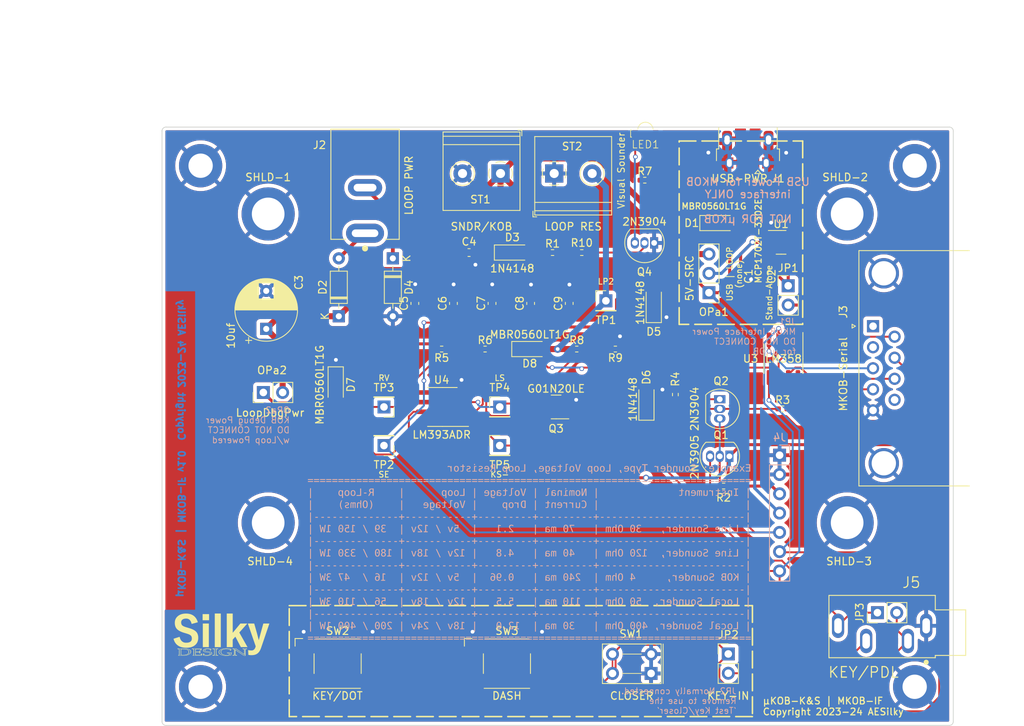
<source format=kicad_pcb>
(kicad_pcb (version 20221018) (generator pcbnew)
  (title_block (title "KOB-Sounder Interface") (date "2024-01-05") (rev "1.0") (company "Silky Design AES") (comment 1 "Copyright AESilky 2023-24"))
  (layers (0 "F.Cu" mixed) (31 "B.Cu" mixed) (34 "B.Paste" user) (35 "F.Paste" user) (36 "B.SilkS" user "B.Silkscreen") (37 "F.SilkS" user "F.Silkscreen") (38 "B.Mask" user) (39 "F.Mask" user) (44 "Edge.Cuts" user))
  (net 0 "")
  (net 1 "/V33RI")
  (net 2 "GND")
  (net 3 "/V33RO")
  (net 4 "/LOOP_PWR")
  (net 5 "Net-(D3-A)")
  (net 6 "+5V")
  (net 7 "/LPI+")
  (net 8 "/LPI-")
  (net 9 "/LP2")
  (net 10 "/LOOP_ENGZ")
  (net 11 "/OFFSET_REF_V")
  (net 12 "Net-(D8-K)")
  (net 13 "/LOOP_STATE")
  (net 17 "/DCD")
  (net 18 "/RXD")
  (net 19 "/TXD")
  (net 20 "/DTR")
  (net 21 "/DSR")
  (net 22 "/RTS")
  (net 23 "/CTS")
  (net 24 "/RI")
  (net 25 "+3.3V")
  (net 26 "/SNDR_EN")
  (net 27 "/KEY_PDL-")
  (net 28 "/PDL_DASH-")
  (net 29 "/KOB_KEY-")
  (net 30 "Net-(LED1-K)")
  (net 31 "Net-(LED1-A)")
  (net 32 "Net-(Q1-B)")
  (net 33 "Net-(Q2-E)")
  (net 34 "/SNDR_EN-")
  (net 35 "Net-(Q4-B)")
  (net 36 "/KEY_PDL_DOT-")
  (net 37 "/V5I")
  (footprint "Diode_SMD:D_SOD-123" (layer "F.Cu") (at 79.0194 127.4328 -90)
    (fp_text reference "D7")
    (fp_text value "MBR0560LT1G")
  )
  (footprint "Capacitor_SMD:C_0603_1608Metric_Pad1.08x0.95mm_HandSolder" (layer "F.Cu") (at 99.5944 116.7253 90)
    (fp_text reference "C7")
    (fp_text value "0.1u")
  )
  (footprint "Connector_PinHeader_2.54mm:PinHeader_1x02_P2.54mm_Vertical" (layer "F.Cu") (at 69.4944 128.4478 90)
    (fp_text reference "OPa2")
    (fp_text value "LoopDbgPwr")
  )
  (footprint "Package_TO_SOT_THT:TO-92_Inline" (layer "F.Cu") (at 129.5654 129.3368 -90)
    (fp_text reference "Q2")
    (fp_text value "2N3904")
  )
  (footprint "Capacitor_SMD:C_0201_0603Metric_Pad0.64x0.40mm_HandSolder" (layer "F.Cu") (at 135.3312 113.1817 -90)
    (fp_text reference "C2")
    (fp_text value "1uF")
  )
  (footprint "Connector_PinHeader_2.54mm:PinHeader_1x01_P2.54mm_Vertical" (layer "F.Cu") (at 100.6094 135.4328)
    (fp_text reference "TP5")
    (fp_text value "KS-")
  )
  (footprint "Connector_Dsub:DSUB-9_Female_Horizontal_P2.77x2.84mm_EdgePinOffset9.90mm_Housed_MountingHolesOffset11.32mm" (layer "F.Cu") (at 149.737069 119.7228 90)
    (fp_text reference "J3")
    (fp_text value "MKOB-Serial")
  )
  (footprint "Capacitor_SMD:C_0603_1608Metric_Pad1.08x0.95mm_HandSolder" (layer "F.Cu") (at 89.4344 116.7253 90)
    (fp_text reference "C5")
    (fp_text value "0.1u")
  )
  (footprint "Capacitor_SMD:C_0201_0603Metric_Pad0.64x0.40mm_HandSolder" (layer "F.Cu") (at 132.3086 113.157 -90)
    (fp_text reference "C1")
    (fp_text value "1uF")
  )
  (footprint "Resistor_SMD:R_0402_1005Metric_Pad0.72x0.64mm_HandSolder" (layer "F.Cu") (at 137.8458 130.6068)
    (fp_text reference "R3")
    (fp_text value "10k")
  )
  (footprint "MountingHole:MountingHole_3.2mm_M3_ISO7380_Pad_TopBottom" (layer "F.Cu") (at 61.2394 167.1828)
    (fp_text reference "M_KSI4" hide)
    (fp_text value "MountingHole_Pad")
  )
  (footprint "Diode_SMD:D_SOD-123" (layer "F.Cu") (at 102.2594 110.0328)
    (fp_text reference "D3")
    (fp_text value "1N4148")
  )
  (footprint "Connector_PinHeader_2.54mm:PinHeader_1x02_P2.54mm_Vertical" (layer "F.Cu") (at 150.3172 157.4292 90)
    (fp_text reference "JP3")
    (fp_text value "1x2 Header" hide)
  )
  (footprint "Diode_SMD:D_SOD-123" (layer "F.Cu") (at 129.303 106.1482)
    (fp_text reference "D1")
    (fp_text value "MBR0560LT1G")
  )
  (footprint "TerminalBlock_Philmore:TerminalBlock_Philmore_TB132_1x02_P5.00mm_Horizontal" (layer "F.Cu") (at 100.7094 99.6278 180)
    (fp_text reference "ST1")
    (fp_text value "SNDR/KOB")
  )
  (footprint "AES_Library:CUI_SJ1-3534NG-audio-jack" (layer "F.Cu") (at 156.7334 159.1553 180)
    (fp_text reference "J5")
    (fp_text value "KEY/PDL")
  )
  (footprint "Resistor_SMD:R_0402_1005Metric_Pad0.72x0.64mm_HandSolder" (layer "F.Cu") (at 115.8244 122.7328 180)
    (fp_text reference "R9")
    (fp_text value "DNP")
  )
  (footprint "Capacitor_SMD:C_0603_1608Metric_Pad1.08x0.95mm_HandSolder" (layer "F.Cu") (at 96.5694 110.0328)
    (fp_text reference "C4")
    (fp_text value "0.1u")
  )
  (footprint "Package_SO:SOIC-8_3.9x4.9mm_P1.27mm" (layer "F.Cu") (at 137.9474 124.0028 -90)
    (fp_text reference "U3")
    (fp_text value "LM358")
  )
  (footprint "Diode_SMD:D_SOD-123" (layer "F.Cu") (at 104.5494 122.7328)
    (fp_text reference "D8")
    (fp_text value "MBR0560LT1G")
  )
  (footprint "Package_TO_SOT_SMD:SOT-23" (layer "F.Cu") (at 137.6355 108.6882)
    (fp_text reference "U1")
    (fp_text value "MCP1702T-3302E")
  )
  (footprint "Connector_PinHeader_2.54mm:PinHeader_1x01_P2.54mm_Vertical" (layer "F.Cu") (at 114.5794 116.3828)
    (fp_text reference "TP1")
    (fp_text value "LP2")
  )
  (footprint "AES_Library:LED_SMD_SIDEVIEW_Harvatek" (layer "F.Cu") (at 119.7864 93.8888 90)
    (fp_text reference "LED1")
    (fp_text value "SNDR")
  )
  (footprint "Resistor_SMD:R_0402_1005Metric_Pad0.72x0.64mm_HandSolder" (layer "F.Cu") (at 130.0734 140.7668 180)
    (fp_text reference "R2")
    (fp_text value "1k")
  )
  (footprint "Connector_PinHeader_2.54mm:PinHeader_1x03_P2.54mm_Vertical" (layer "F.Cu") (at 128.143 115.316 180)
    (fp_text reference "OPa1")
    (fp_text value "5V-SRC")
  )
  (footprint "Resistor_SMD:R_0402_1005Metric_Pad0.72x0.64mm_HandSolder" (layer "F.Cu") (at 107.5569 110.0328)
    (fp_text reference "R1")
    (fp_text value "3.3k")
  )
  (footprint "Connector_PinHeader_2.54mm:PinHeader_1x01_P2.54mm_Vertical" (layer "F.Cu") (at 85.3694 135.4328 180)
    (fp_text reference "TP2")
    (fp_text value "SE")
  )
  (footprint "Resistor_SMD:R_0402_1005Metric_Pad0.72x0.64mm_HandSolder" (layer "F.Cu") (at 111.4044 110.0328)
    (fp_text reference "R10")
    (fp_text value "1k")
  )
  (footprint "MountingHole:MountingHole_3.2mm_M3_ISO7380_Pad_TopBottom" (layer "F.Cu") (at 61.2394 98.6028)
    (fp_text reference "M_KSI1" hide)
    (fp_text value "MountingHole_Pad")
  )
  (footprint "Connector_PinHeader_2.54mm:PinHeader_1x01_P2.54mm_Vertical" (layer "F.Cu") (at 100.6094 130.3528)
    (fp_text reference "TP4")
    (fp_text value "LS")
  )
  (footprint "Resistor_SMD:R_0402_1005Metric_Pad0.72x0.64mm_HandSolder" (layer "F.Cu") (at 110.7444 122.7328)
    (fp_text reference "R8")
    (fp_text value "20k")
  )
  (footprint "Capacitor_THT:CP_Radial_D8.0mm_P5.00mm" (layer "F.Cu") (at 69.8754 120.080851 90)
    (fp_text reference "C3")
    (fp_text value "10uf")
  )
  (footprint "Diode_THT:D_DO-35_SOD27_P7.62mm_Horizontal" (layer "F.Cu") (at 86.5378 110.7948 -90)
    (fp_text reference "D4")
    (fp_text value "1N4148")
  )
  (footprint "Resistor_SMD:R_0402_1005Metric_Pad0.72x0.64mm_HandSolder" (layer "F.Cu") (at 123.7234 128.7228 90)
    (fp_text reference "R4")
    (fp_text value "270")
  )
  (footprint "AES_Library:SILKY-DESIGN-logo-0_50-AES" (layer "F.Cu") (at 64.0334 160.3248)
    (fp_text reference "G1" hide)
    (fp_text value "LOGO" hide)
  )
  (footprint "Resistor_SMD:R_0402_1005Metric_Pad0.72x0.64mm_HandSolder" (layer "F.Cu") (at 119.6969 100.5078)
    (fp_text reference "R7")
    (fp_text value "100")
  )
  (footprint "MountingHole:MountingHole_4.3mm_M4_ISO14580_Pad_TopBottom" (layer "F.Cu") (at 70.1294 104.9528)
    (fp_text reference "SHLD-1")
    (fp_text value "MountingHole_Pad" hide)
  )
  (footprint "MountingHole:MountingHole_4.3mm_M4_ISO14580_Pad_TopBottom" (layer "F.Cu") (at 146.3294 104.9528)
    (fp_text reference "SHLD-2")
    (fp_text value "MountingHole_Pad" hide)
  )
  (footprint "AES_Library:SW-TGL-Micro-DPST-CIT" (layer "F.Cu") (at 120.5284 165.4248 -90)
    (fp_text reference "SW1")
    (fp_text value "CLOSER")
  )
  (footprint "Connector_PinHeader_2.54mm:PinHeader_1x02_P2.54mm_Vertical" (layer "F.Cu") (at 130.6884 162.8598)
    (fp_text reference "JP2")
    (fp_text value "KEY-IN")
  )
  (footprint "Connector_PinHeader_2.54mm:PinHeader_1x02_P2.54mm_Vertical" (layer "F.Cu") (at 138.573 114.4032)
    (fp_text reference "JP1")
    (fp_text value "1x2 Header" hide)
  )
  (footprint "AES_Library:CUI_PJ-037B" (layer "F.Cu") (at 82.8802 107.4891 90)
    (fp_text reference "J2")
    (fp_text value "LOOP PWR")
  )
  (footprint "AES_Library:SW_PUSH_SMD_1P1T_NO_6x6mm" (layer "F.Cu") (at 101.5534 164.1348)
    (fp_text reference "SW3")
    (fp_text value "DASH")
  )
  (footprint "MountingHole:MountingHole_3.2mm_M3_ISO7380_Pad_TopBottom" (layer "F.Cu") (at 155.2194 98.6028)
    (fp_text reference "M_KSI2" hide)
    (fp_text value "MountingHole_Pad")
  )
  (footprint "TerminalBlock_Philmore:TerminalBlock_Philmore_TB132_1x02_P5.00mm_Horizontal" (layer "F.Cu") (at 107.7744 99.6278)
    (fp_text reference "ST2")
    (fp_text value "LOOP RES")
  )
  (footprint "MountingHole:MountingHole_4.3mm_M4_ISO14580_Pad_TopBottom" (layer "F.Cu") (at 70.1294 145.5928)
    (fp_text reference "SHLD-4")
    (fp_text value "MountingHole_Pad" hide)
  )
  (footprint "Capacitor_SMD:C_0603_1608Metric_Pad1.08x0.95mm_HandSolder" (layer "F.Cu") (at 94.5144 116.7253 90)
    (fp_text reference "C6")
    (fp_text value "0.1u")
  )
  (footprint "Connector_PinHeader_2.54mm:PinHeader_1x01_P2.54mm_Vertical" (layer "F.Cu") (at 85.3694 130.3528 180)
    (fp_text reference "TP3")
    (fp_text value "RV")
  )
  (footprint "AES_Library:SW_PUSH_SMD_1P1T_NO_6x6mm" (layer "F.Cu") (at 79.2734 164.1348)
    (fp_text reference "SW2")
    (fp_text value "KEY/DOT")
  )
  (footprint "Package_TO_SOT_SMD:SOT-23" (layer "F.Cu") (at 108.0269 130.3528 180)
    (fp_text reference "Q3")
    (fp_text value "G01N20LE")
  )
  (footprint "Resistor_SMD:R_0402_1005Metric_Pad0.72x0.64mm_HandSolder" (layer "F.Cu") (at 98.6794 122.7328)
    (fp_text reference "R6")
    (fp_text value "20k")
  )
  (footprint "Package_TO_SOT_THT:TO-92_Inline" (layer "F.Cu") (at 120.9294 108.7628 180)
    (fp_text reference "Q4")
    (fp_text value "2N3904")
  )
  (footprint "Diode_THT:D_DO-35_SOD27_P7.62mm_Horizontal" (layer "F.Cu") (at 79.4258 118.4148 90)
    (fp_text reference "D2")
    (fp_text value "1N4148")
  )
  (footprint "Resistor_SMD:R_0402_1005Metric_Pad0.72x0.64mm_HandSolder" (layer "F.Cu") (at 92.9644 122.7328 180)
    (fp_text reference "R5")
    (fp_text value "20k")
  )
  (footprint "MountingHole:MountingHole_3.2mm_M3_ISO7380_Pad_TopBottom" (layer "F.Cu") (at 155.2194 167.1828)
    (fp_text reference "M_KSI3" hide)
    (fp_text value "MountingHole_Pad")
  )
  (footprint "AES_Library:USB_Micro-B_Amphenol_10103594-0001LF_Horizontal_modified" (layer "F.Cu") (at 133.253 95.2118 180)
    (fp_text reference "J1")
    (fp_text value "USB-PWR")
  )
  (footprint "Package_TO_SOT_THT:TO-92_Inline" (layer "F.Cu") (at 130.8354 136.8508 180)
    (fp_text reference "Q1")
    (fp_text value "2N3905")
  )
  (footprint "Capacitor_SMD:C_0603_1608Metric_Pad1.08x0.95mm_HandSolder" (layer "F.Cu") (at 104.6744 116.7253 90)
    (fp_text reference "C8")
    (fp_text value "0.1u")
  )
  (footprint "Diode_SMD:D_SOD-123" (layer "F.Cu") (at 119.9134 129.7388 90)
    (fp_text reference "D6")
    (fp_text value "1N4148")
  )
  (footprint "MountingHole:MountingHole_4.3mm_M4_ISO14580_Pad_TopBottom" (layer "F.Cu") (at 146.3294 145.5928)
    (fp_text reference "SHLD-3")
    (fp_text value "MountingHole_Pad" hide)
  )
  (footprint "Diode_SMD:D_SOD-123" (layer "F.Cu") (at 120.8786 116.8918 90)
    (fp_text reference "D5")
    (fp_text value "1N4148")
  )
  (footprint "Package_SO:SOIC-8_3.9x4.9mm_P1.27mm" (layer "F.Cu") (at 93.0544 130.3528 180)
    (fp_text reference "U4")
    (fp_text value "LM393ADR")
  )
  (footprint "Capacitor_SMD:C_0603_1608Metric_Pad1.08x0.95mm_HandSolder" (layer "F.Cu") (at 109.7544 116.7253 90)
    (fp_text reference "C9")
    (fp_text value "0.1u")
  )
  (footprint "Connector_PinHeader_2.54mm:PinHeader_1x07_P2.54mm_Vertical" (layer "B.Cu") (at 137.4394 136.7028 180)
    (fp_text reference "J4")
    (fp_text value "MuKOB IF")
  )
  (gr_rect (start 72.9034 156.4998) (end 133.8634 171.1048) (stroke (width 0.2) (type dash)) (fill none) (layer "F.SilkS"))
  (gr_rect (start 124.222 95.3532) (end 140.478 119.4832) (stroke (width 0.2) (type dash)) (fill none) (layer "F.SilkS"))
  (gr_line (start 56.1594 171.7548) (end 56.1594 94.0308) (stroke (width 0.1)) (layer "Edge.Cuts"))
  (gr_arc (start 56.6674 172.2628) (mid 56.30819 172.11401) (end 56.1594 171.7548) (stroke (width 0.1)) (layer "Edge.Cuts"))
  (gr_arc (start 159.7914 93.5228) (mid 160.15061 93.67159) (end 160.2994 94.0308) (stroke (width 0.1)) (layer "Edge.Cuts"))
  (gr_line (start 159.7914 172.2628) (end 56.6674 172.2628) (stroke (width 0.1)) (layer "Edge.Cuts"))
  (gr_arc (start 56.1594 94.0308) (mid 56.30819 93.67159) (end 56.6674 93.5228) (stroke (width 0.1)) (layer "Edge.Cuts"))
  (gr_line (start 160.2994 94.0308) (end 160.2994 171.7548) (stroke (width 0.1)) (layer "Edge.Cuts"))
  (gr_line (start 56.6674 93.5228) (end 159.7914 93.5228) (stroke (width 0.1)) (layer "Edge.Cuts"))
  (gr_arc (start 160.2994 171.7548) (mid 160.15061 172.11401) (end 159.7914 172.2628) (stroke (width 0.1)) (layer "Edge.Cuts"))
  (gr_text "μKOB-K&S | MKOB-IF v1.0  Copyright 2023-24 AESilky" (at 58.1914 155.4988 270) (layer "B.Cu") (effects (font (size 0.889 0.889) (thickness 0.22225) bold) (justify left bottom mirror)))
  (gr_text "Example: Sounder Type, Loop Voltage, Loop Resistor\n=========================================================================\n| Instrument             | Nominal | Voltage | Loop      |    R-Loop    |\n|                        | Current | Drop    | Voltage   |    (Ohms)    |\n|------------------------+---------+---------+-----------+--------------|\n| Line Sounder,   30 Ohm |   70 ma |   2.1   |  5v / 12v |  39 / 150 1W |\n|------------------------+---------+---------+-----------+--------------|\n| Line Sounder,  120 Ohm |   40 ma |   4.8   | 12v / 18v | 180 / 330 1W |\n|------------------------+---------+---------+-----------+--------------|\n| KOB Sounder,     4 Ohm |  240 ma |   0.96  |  5v / 12v |  16 /  47 3W |\n|------------------------+---------+---------+-----------+--------------|\n| Local Sounder,  50 Ohm |  110 ma |   5.5   | 12v / 18v |  56 / 110 3W |\n|------------------------+---------+---------+-----------+--------------|\n| Local Sounder, 400 Ohm |   30 ma |  12.0   | 18v / 24v | 200 / 400 1W |\n=========================================================================" (at 133.7056 161.3662) (layer "B.SilkS") (effects (font (size 0.95 0.95) (thickness 0.1)) (justify left bottom mirror)))
  (gr_text "OPa2\nKOB Debug Power\nDO NOT CONNECT\nw/Loop Powered" (at 73.025 135.1788) (layer "B.SilkS") (effects (font (size 0.8128 0.8128) (thickness 0.1016)) (justify left bottom mirror)))
  (gr_text "JP1\nMKOB Interface Power\nDO NOT CONNECT\nfor μKOB\n" (at 139.6492 121.0818) (layer "B.SilkS") (effects (font (size 0.8128 0.8128) (thickness 0.1016)) (justify left mirror)))
  (gr_text "JP2 Normally connected.\nRemove to use the\n'Test Key/Closer'" (at 131.826 170.7896) (layer "B.SilkS") (effects (font (size 0.8 0.8) (thickness 0.1)) (justify left bottom mirror)))
  (gr_text "Stand-Alone" (at 136.525 115.316 90) (layer "F.SilkS") (effects (font (size 0.762 0.762) (thickness 0.127) bold) (justify bottom)))
  (gr_text "μKOB-K&S | MKOB-IF\nCopyright 2023-24 AESilky" (at 135.1534 170.9928) (layer "F.SilkS") (effects (font (size 0.889 0.889)) (justify left bottom)))
  (gr_text "USB | LOOP\n(none)" (at 130.429 112.8522 90) (layer "F.SilkS") (effects (font (size 0.762 0.762) (thickness 0.127) bold) (justify top)))
  (gr_text "Visual Sounder" (at 117.1194 99.2378 90) (layer "F.SilkS") (effects (font (size 0.889 0.889) (thickness 0.127) bold) (justify bottom)))
  (gr_text_box "USB Power for MKOB interface ONLY\n\nNOT FOR μKOB" (start 124.206 99.3648) (end 142.3162 108.331) (layer "B.SilkS") (effects (font (size 1.016 1.016) (thickness 0.1524)) (justify top mirror)))
  (segment (start 138.573 108.6882) (end 133.9104 108.6882) (width 0.4) (layer "F.Cu") (net 1))
  (segment (start 133.9104 108.6882) (end 133.8834 108.6612) (width 0.4) (layer "F.Cu") (net 1))
  (segment (start 132.3086 110.236) (end 133.8834 108.6612) (width 0.4) (layer "F.Cu") (net 1))
  (segment (start 132.3086 112.7495) (end 132.3086 110.236) (width 0.4) (layer "F.Cu") (net 1))
  (via (at 133.8834 108.6612) (size 0.8) (drill 0.5) (layers "F.Cu" "B.Cu") (net 1))
  (segment (start 133.8834 108.6612) (end 129.7686 112.776) (width 0.4) (layer "B.Cu") (net 1))
  (segment (start 129.7686 112.776) (end 128.143 112.776) (width 0.4) (layer "B.Cu") (net 1))
  (segment (start 97.4344 111.6076) (end 97.409 111.633) (width 0.4) (layer "F.Cu") (net 2))
  (segment (start 134.2155 94.9618) (end 132.2905 94.9618) (width 0.4) (layer "F.Cu") (net 2))
  (segment (start 116.4082 121.0818) (end 116.4336 121.0564) (width 0.4) (layer "F.Cu") (net 2))
  (segment (start 94.5134 114.2492) (end 94.5388 114.2238) (width 0.4) (layer "F.Cu") (net 2))
  (segment (start 95.5548 126.8202) (end 95.5802 126.7948) (width 0.4) (layer "F.Cu") (net 2))
  (segment (start 89.4588 115.826) (end 89.4588 114.2238) (width 0.4) (layer "F.Cu") (net 2))
  (segment (start 123.6492 128.0922) (end 122.047 128.0922) (width 0.4) (layer "F.Cu") (net 2))
  (segment (start 99.5934 114.2492) (end 99.6188 114.2238) (width 0.4) (layer "F.Cu") (net 2))
  (segment (start 109.0402 129.3876) (end 110.6424 129.3876) (width 0.4) (layer "F.Cu") (net 2))
  (segment (start 133.6771 113.5645) (end 133.6782 113.5634) (width 0.4) (layer "F.Cu") (net 2))
  (segment (start 135.303 94.9618) (end 135.978 95.6368) (width 0.4) (layer "F.Cu") (net 2))
  (segment (start 89.4588 114.2238) (end 89.4842 114.1984) (width 0.4) (layer "F.Cu") (net 2))
  (segment (start 94.5134 115.8514) (end 94.5134 114.2492) (width 0.4) (layer "F.Cu") (net 2))
  (segment (start 119.9134 128.0888) (end 121.9996 128.0888) (width 0.4) (layer "F.Cu") (net 2))
  (segment (start 97.0026 161.344) (end 97.0026 159.7418) (width 0.4) (layer "F.Cu") (net 2))
  (segment (start 130.528 95.6368) (end 130.528 98.0668) (width 0.4) (layer "F.Cu") (net 2))
  (segment (start 99.5934 115.8514) (end 99.5934 114.2492) (width 0.4) (layer "F.Cu") (net 2))
  (segment (start 116.4082 122.684) (end 116.4082 121.0818) (width 0.4) (layer "F.Cu") (net 2))
  (segment (start 79.0194 124.1806) (end 79.0448 124.1552) (width 0.4) (layer "F.Cu") (net 2))
  (segment (start 83.8454 161.344) (end 83.8454 159.7418) (width 0.4) (layer "F.Cu") (net 2))
  (segment (start 109.7534 114.2746) (end 109.7788 114.2492) (width 0.4) (layer "F.Cu") (net 2))
  (segment (start 133.7036 113.5888) (end 133.6782 113.5634) (width 0.4) (layer "F.Cu") (net 2))
  (segment (start 132.3086 113.5645) (end 133.6771 113.5645) (width 0.4) (layer "F.Cu") (net 2))
  (segment (start 136.2964 107.7214) (end 136.2964 106.1192) (width 0.4) (layer "F.Cu") (net 2))
  (segment (start 104.6988 115.8768) (end 104.6988 114.2746) (width 0.4) (layer "F.Cu") (net 2))
  (segment (start 106.1466 159.7672) (end 106.172 159.7418) (width 0.4) (layer "F.Cu") (net 2))
  (segment (start 83.8454 159.7672) (end 83.8708 159.7418) (width 0.4) (layer "F.Cu") (net 2))
  (segment (start 135.978 95.6368) (end 135.978 98.0668) (width 0.4) (layer "F.Cu") (net 2))
  (segment (start 128.0902 96.901) (end 128.0648 96.8756) (width 0.4) (layer "F.Cu") (net 2))
  (segment (start 129.6924 96.901) (end 128.0902 96.901) (width 0.4) (layer "F.Cu") (net 2))
  (segment (start 136.6774 96.8756) (end 138.2796 96.8756) (width 0.4) (layer "F.Cu") (net 2))
  (segment (start 138.2796 96.8756) (end 138.305 96.901) (width 0.4) (layer "F.Cu") (net 2))
  (segment (start 122.5296 118.5164) (end 122.555 118.5418) (width 0.4) (layer "F.Cu") (net 2))
  (segment (start 122.047 128.0922) (end 122.0216 128.0668) (width 0.4) (layer "F.Cu") (net 2))
  (segment (start 121.9996 128.0888) (end 122.0216 128.0668) (width 0.4) (layer "F.Cu") (net 2))
  (segment (start 110.6424 129.3876) (end 110.6678 129.413) (width 0.4) (layer "F.Cu") (net 2))
  (segment (start 79.0194 125.7828) (end 79.0194 124.1806) (width 0.4) (layer "F.Cu") (net 2))
  (segment (start 106.1466 161.344) (end 106.1466 159.7418) (width 0.4) (layer "F.Cu") (net 2))
  (segment (start 95.5548 128.4224) (end 95.5548 126.8202) (width 0.4) (layer "F.Cu") (net 2))
  (segment (start 97.0026 159.7672) (end 97.028 159.7418) (width 0.4) (layer "F.Cu") (net 2))
  (segment (start 131.203 94.9618) (end 130.528 95.6368) (width 0.4) (layer "F.Cu") (net 2))
  (segment (start 74.7776 161.344) (end 74.7776 159.7418) (width 0.4) (layer "F.Cu") (net 2))
  (segment (start 132.2905 94.9618) (end 131.203 94.9618) (width 0.4) (layer "F.Cu") (net 2))
  (segment (start 74.7776 159.7672) (end 74.803 159.7418) (width 0.4) (layer "F.Cu") (net 2))
  (segment (start 120.9274 118.5164) (end 122.5296 118.5164) (width 0.4) (layer "F.Cu") (net 2))
  (segment (start 131.953 98.0368) (end 130.558 98.0368) (width 0.4) (layer "F.Cu") (net 2))
  (segment (start 104.6988 114.2746) (end 104.7242 114.2492) (width 0.4) (layer "F.Cu") (net 2))
  (segment (start 97.4344 110.0054) (end 97.4344 111.6076) (width 0.4) (layer "F.Cu") (net 2))
  (segment (start 109.7534 115.8768) (end 109.7534 114.2746) (width 0.4) (layer "F.Cu") (net 2))
  (segment (start 136.2964 106.1192) (end 136.3218 106.0938) (width 0.4) (layer "F.Cu") (net 2))
  (segment (start 134.2155 94.9618) (end 135.303 94.9618) (width 0.4) (layer "F.Cu") (net 2))
  (segment (start 135.3058 113.5888) (end 133.7036 113.5888) (width 0.4) (layer "F.Cu") (net 2))
  (via (at 104.7242 114.2492) (size 0.8) (drill 0.5) (layers "F.Cu" "B.Cu") (net 2))
  (via (at 110.6678 129.413) (size 0.8) (drill 0.5) (layers "F.Cu" "B.Cu") (net 2))
  (via (at 95.5802 126.7948) (size 0.8) (drill 0.5) (layers "F.Cu" "B.Cu") (net 2))
  (via (at 99.6188 114.2238) (size 0.8) (drill 0.5) (layers "F.Cu" "B.Cu") (net 2))
  (via (at 74.803 159.9418) (size 0.8) (drill 0.5) (layers "F.Cu" "B.Cu") (net 2))
  (via (at 136.3218 106.0938) (size 0.8) (drill 0.5) (layers "F.Cu" "B.Cu") (net 2))
  (via (at 83.8708 159.9418) (size 0.8) (drill 0.5) (layers "F.Cu" "B.Cu") (net 2))
  (via (at 138.305 96.901) (size 0.8) (drill 0.5) (layers "F.Cu" "B.Cu") (net 2))
  (via (at 94.5388 114.2238) (size 0.8) (drill 0.5) (layers "F.Cu" "B.Cu") (net 2))
  (via (at 128.0648 96.8756) (size 0.8) (drill 0.5) (layers "F.Cu" "B.Cu") (net 2))
  (via (at 79.0448 124.1552) (size 0.8) (drill 0.5) (layers "F.Cu" "B.Cu") (net 2))
  (via (at 122.0216 128.0668) (size 0.8) (drill 0.5) (layers "F.Cu" "B.Cu") (net 2))
  (via (at 97.409 111.633) (size 0.8) (drill 0.5) (layers "F.Cu" "B.Cu") (net 2))
  (via (at 133.6782 113.5634) (size 0.8) (drill 0.5) (layers "F.Cu" "B.Cu") (net 2))
  (via (at 122.555 118.5418) (size 0.8) (drill 0.5) (layers "F.Cu" "B.Cu") (net 2))
  (via (at 106.172 159.9418) (size 0.8) (drill 0.5) (layers "F.Cu" "B.Cu") (net 2))
  (via (at 109.7788 114.2492) (size 0.8) (drill 0.5) (layers "F.Cu" "B.Cu") (net 2))
  (via (at 97.028 159.9418) (size 0.8) (drill 0.5) (layers "F.Cu" "B.Cu") (net 2))
  (via (at 89.4842 114.1984) (size 0.8) (drill 0.5) (layers "F.Cu" "B.Cu") (net 2))
  (via (at 116.4336 121.0564) (size 0.8) (drill 0.5) (layers "F.Cu" "B.Cu") (net 2))
  (segment (start 135.3312 112.7742) (end 136.944 112.7742) (width 0.4) (layer "F.Cu") (net 3))
  (segment (start 136.944 112.7742) (end 138.573 114.4032) (width 0.4) (layer "F.Cu") (net 3))
  (segment (start 138.573 114.4032) (end 138.573 111.5132) (width 0.4) (layer "F.Cu") (net 3))
  (segment (start 138.573 111.5132) (end 136.698 109.6382) (width 0.4) (layer "F.Cu") (net 3))
  (segment (start 69.8754 120.080851) (end 72.0344 122.239851) (width 0.8) (layer "F.Cu") (net 4))
  (segment (start 95.7069 104.6303) (end 100.7094 99.6278) (width 0.8) (layer "F.Cu") (net 4))
  (segment (start 106.9594 110.0328) (end 106.9594 105.8926) (width 0.8) (layer "F.Cu") (net 4))
  (segment (start 126.140317 110.236) (end 113.541917 97.6376) (width 0.8) (layer "F.Cu") (net 4))
  (segment (start 71.541451 118.4148) (end 69.8754 120.080851) (width 0.8) (layer "F.Cu") (net 4))
  (segment (start 93.3949 112.3448) (end 95.7069 110.0328) (width 0.8) (layer "F.Cu") (net 4))
  (segment (start 100.7094 99.6278) (end 100.7094 109.9328) (width 0.8) (layer "F.Cu") (net 4))
  (segment (start 95.7069 110.0328) (end 95.7069 104.6303) (width 0.8) (layer "F.Cu") (net 4))
  (segment (start 72.0344 122.239851) (end 72.0344 128.4478) (width 0.8) (layer "F.Cu") (net 4))
  (segment (start 100.7094 109.9328) (end 100.6094 110.0328) (width 0.8) (layer "F.Cu") (net 4))
  (segment (start 106.9594 105.8926) (end 100.7094 99.6426) (width 0.8) (layer "F.Cu") (net 4))
  (segment (start 113.541917 97.6376) (end 102.6996 97.6376) (width 0.8) (layer "F.Cu") (net 4))
  (segment (start 79.4258 118.4148) (end 85.4958 112.3448) (width 0.8) (layer "F.Cu") (net 4))
  (segment (start 102.6996 97.6376) (end 100.7094 99.6278) (width 0.8) (layer "F.Cu") (net 4))
  (segment (start 128.143 110.236) (end 126.140317 110.236) (width 0.8) (layer "F.Cu") (net 4))
  (segment (start 85.4958 112.3448) (end 93.3949 112.3448) (width 0.8) (layer "F.Cu") (net 4))
  (segment (start 79.4258 118.4148) (end 71.541451 118.4148) (width 0.8) (layer "F.Cu") (net 4))
  (segment (start 105.5244 116.7378) (end 104.6744 117.5878) (width 0.25) (layer "F.Cu") (net 5))
  (segment (start 94.5144 117.5878) (end 99.5944 117.5878) (width 0.25) (layer "F.Cu") (net 5))
  (segment (start 99.5944 117.5878) (end 104.6744 117.5878) (width 0.25) (layer "F.Cu") (net 5))
  (segment (start 108.1544 110.1078) (end 105.5244 112.7378) (width 0.25) (layer "F.Cu") (net 5))
  (segment (start 103.9094 110.0328) (end 103.9094 111.0468) (width 0.25) (layer "F.Cu") (net 5))
  (segment (start 89.4344 117.5878) (end 94.5144 117.5878) (width 0.25) (layer "F.Cu") (net 5))
  (segment (start 105.5244 112.6618) (end 105.5244 116.7378) (width 0.25) (layer "F.Cu") (net 5))
  (segment (start 104.6744 117.5878) (end 109.7544 117.5878) (width 0.25) (layer "F.Cu") (net 5))
  (segment (start 103.9094 111.0468) (end 105.5244 112.6618) (width 0.25) (layer "F.Cu") (net 5))
  (segment (start 119.3038 112.903) (end 115.9794 116.2274) (width 0.4) (layer "F.Cu") (net 6))
  (segment (start 119.0994 100.53297) (end 124.71463 106.1482) (width 0.4) (layer "F.Cu") (net 6))
  (segment (start 128.143 115.316) (end 125.73 112.903) (width 0.4) (layer "F.Cu") (net 6))
  (segment (start 78.105 124.5108) (end 78.105 123.892918) (width 0.4) (layer "F.Cu") (net 6))
  (segment (start 115.9794 116.2274) (end 115.9794 117.7828) (width 0.4) (layer "F.Cu") (net 6))
  (segment (start 130.8712 113.916) (end 129.4712 115.316) (width 0.4) (layer "F.Cu") (net 6))
  (segment (start 113.934699 119.827501) (end 100.949299 119.827501) (width 0.4) (layer "F.Cu") (net 6))
  (segment (start 91.6811 122.047) (end 92.3669 122.7328) (width 0.4) (layer "F.Cu") (net 6))
  (segment (start 70.8944 129.8478) (end 72.768 129.8478) (width 0.4) (layer "F.Cu") (net 6))
  (segment (start 130.8712 109.3664) (end 130.8712 113.916) (width 0.4) (layer "F.Cu") (net 6))
  (segment (start 72.768 129.8478) (end 78.105 124.5108) (width 0.4) (layer "F.Cu") (net 6))
  (segment (start 125.73 112.903) (end 119.3038 112.903) (width 0.4) (layer "F.Cu") (net 6))
  (segment (start 115.9794 117.7828) (end 113.934699 119.827501) (width 0.4) (layer "F.Cu") (net 6))
  (segment (start 127.653 106.1482) (end 130.8712 109.3664) (width 0.4) (layer "F.Cu") (net 6))
  (segment (start 129.4712 115.316) (end 128.143 115.316) (width 0.4) (layer "F.Cu") (net 6))
  (segment (start 92.3669 122.70763) (end 93.11173 121.9628) (width 0.4) (layer "F.Cu") (net 6))
  (segment (start 79.950918 122.047) (end 91.6811 122.047) (width 0.4) (layer "F.Cu") (net 6))
  (segment (start 124.71463 106.1482) (end 127.653 106.1482) (width 0.4) (layer "F.Cu") (net 6))
  (segment (start 97.3119 121.9628) (end 98.0819 122.7328) (width 0.4) (layer "F.Cu") (net 6))
  (segment (start 69.4944 128.4478) (end 70.8944 129.8478) (width 0.4) (layer "F.Cu") (net 6))
  (segment (start 78.105 123.892918) (end 79.950918 122.047) (width 0.4) (layer "F.Cu") (net 6))
  (segment (start 100.949299 119.827501) (end 98.0819 122.6949) (width 0.4) (layer "F.Cu") (net 6))
  (segment (start 93.11173 121.9628) (end 97.3119 121.9628) (width 0.4) (layer "F.Cu") (net 6))
  (segment (start 137.4394 144.3228) (end 134.163542 141.046942) (width 0.4) (layer "B.Cu") (net 6))
  (segment (start 134.163542 121.336542) (end 128.143 115.316) (width 0.4) (layer "B.Cu") (net 6))
  (segment (start 134.163542 141.046942) (end 134.163542 121.336542) (width 0.4) (layer "B.Cu") (net 6))
  (segment (start 82.7315 107.4891) (end 79.4258 110.7948) (width 0.5) (layer "F.Cu") (net 7))
  (segment (start 86.5378 105.1467) (end 86.5378 110.7948) (width 0.5) (layer "F.Cu") (net 8))
  (segment (start 82.8802 101.4891) (end 86.5378 105.1467) (width 0.5) (layer "F.Cu") (net 8))
  (segment (start 110.1469 122.7328) (end 106.1994 122.7328) (width 0.8) (layer "F.Cu") (net 9))
  (via (at 108.2294 122.7328) (size 1) (drill 0.5) (layers "F.Cu" "B.Cu") (net 9))
  (segment (start 108.2294 122.7328) (end 114.5794 116.3828) (width 0.8) (layer "B.Cu") (net 9))
  (segment (start 112.7744 99.6278) (end 114.5794 101.4328) (width 0.8) (layer "B.Cu") (net 9))
  (segment (start 114.5794 101.4328) (end 114.5794 116.3828) (width 0.8) (layer "B.Cu") (net 9))
  (segment (start 120.6954 130.6068) (end 119.9134 131.3888) (width 0.25) (layer "F.Cu") (net 10))
  (segment (start 129.5654 130.6068) (end 137.2483 130.6068) (width 0.25) (layer "F.Cu") (net 10))
  (segment (start 129.5654 130.6068) (end 120.6954 130.6068) (width 0.25) (layer "F.Cu") (net 10))
  (segment (start 103.596 121.8078) (end 106.9594 125.1712) (width 0.25) (layer "F.Cu") (net 11))
  (segment (start 88.646 130.3528) (end 89.281 129.7178) (width 0.25) (layer "F.Cu") (net 11))
  (segment (start 138.5824 123.0884) (end 137.3124 124.3584) (width 0.25) (layer "F.Cu") (net 11))
  (segment (start 100.2019 121.8078) (end 103.596 121.8078) (width 0.25) (layer "F.Cu") (net 11))
  (segment (start 99.2769 122.7328) (end 100.2019 121.8078) (width 0.25) (layer "F.Cu") (net 11))
  (segment (start 111.4044 125.3236) (end 111.5502 125.1778) (width 0.25) (layer "F.Cu") (net 11))
  (segment (start 79.0194 129.0828) (end 80.2894 130.3528) (width 0.25) (layer "F.Cu") (net 11))
  (segment (start 136.389151 125.1778) (end 137.3124 126.101049) (width 0.25) (layer "F.Cu") (net 11))
  (segment (start 138.5824 121.5278) (end 138.5824 123.0884) (width 0.25) (layer "F.Cu") (net 11))
  (segment (start 137.3124 124.3584) (end 137.3124 126.4778) (width 0.25) (layer "F.Cu") (net 11))
  (segment (start 80.2894 130.3528) (end 85.3694 130.3528) (width 0.25) (layer "F.Cu") (net 11))
  (segment (start 97.3836 130.9878) (end 98.3742 129.9972) (width 0.25) (layer "F.Cu") (net 11))
  (segment (start 98.3742 123.6355) (end 99.2769 122.7328) (width 0.25) (layer "F.Cu") (net 11))
  (segment (start 98.3742 129.9972) (end 98.3742 123.6355) (width 0.25) (layer "F.Cu") (net 11))
  (segment (start 93.5228 130.9878) (end 95.5294 130.9878) (width 0.25) (layer "F.Cu") (net 11))
  (segment (start 90.5794 129.7178) (end 92.2528 129.7178) (width 0.25) (layer "F.Cu") (net 11))
  (segment (start 92.2528 129.7178) (end 93.5228 130.9878) (width 0.25) (layer "F.Cu") (net 11))
  (segment (start 89.281 129.7178) (end 90.5794 129.7178) (width 0.25) (layer "F.Cu") (net 11))
  (segment (start 111.5502 125.1778) (end 136.389151 125.1778) (width 0.25) (layer "F.Cu") (net 11))
  (segment (start 106.9594 125.1712) (end 107.5182 125.1712) (width 0.25) (layer "F.Cu") (net 11))
  (segment (start 95.5294 130.9878) (end 97.3836 130.9878) (width 0.25) (layer "F.Cu") (net 11))
  (segment (start 85.3694 130.3528) (end 88.646 130.3528) (width 0.25) (layer "F.Cu") (net 11))
  (via (at 111.4044 125.3236) (size 0.6) (drill 0.4) (layers "F.Cu" "B.Cu") (net 11))
  (via (at 107.5182 125.1712) (size 0.6) (drill 0.4) (layers "F.Cu" "B.Cu") (net 11))
  (segment (start 107.5182 125.1712) (end 111.252 125.1712) (width 0.25) (layer "B.Cu") (net 11))
  (segment (start 111.252 125.1712) (end 111.4044 125.3236) (width 0.25) (layer "B.Cu") (net 11))
  (segment (start 105.9144 131.5278) (end 99.4476 131.5278) (width 0.25) (layer "F.Cu") (net 12))
  (segment (start 98.8314 126.8008) (end 102.8994 122.7328) (width 0.25) (layer "F.Cu") (net 12))
  (segment (start 98.8314 130.9116) (end 98.8314 126.8008) (width 0.25) (layer "F.Cu") (net 12))
  (segment (start 107.0894 130.3528) (end 105.9144 131.5278) (width 0.25) (layer "F.Cu") (net 12))
  (segment (start 99.4476 131.5278) (end 98.8314 130.9116) (width 0.25) (layer "F.Cu") (net 12))
  (segment (start 101.058901 129.903299) (end 104.284701 129.903299) (width 0.25) (layer "F.Cu") (net 13))
  (segment (start 115.2269 120.790272) (end 120.775372 115.2418) (width 0.25) (layer "F.Cu") (net 13))
  (segment (start 104.284701 129.903299) (end 111.3419 122.8461) (width 0.25) (layer "F.Cu") (net 13))
  (segment (start 111.3419 122.7328) (end 115.2269 122.7328) (width 0.25) (layer "F.Cu") (net 13))
  (segment (start 95.5294 129.7178) (end 97.7392 129.7178) (width 0.25) (layer "F.Cu") (net 13))
  (segment (start 111.3419 122.8461) (end 111.3419 122.7328) (width 0.25) (layer "F.Cu") (net 13))
  (segment (start 115.2269 122.7328) (end 115.2269 120.790272) (width 0.25) (layer "F.Cu") (net 13))
  (via (at 97.7392 129.7178) (size 0.6) (drill 0.4) (layers "F.Cu" "B.Cu") (net 13))
  (segment (start 97.7392 129.7178) (end 97.7392 130.048) (width 0.25) (layer "B.Cu") (net 13))
  (segment (start 97.7392 130.048) (end 98.044 130.3528) (width 0.25) (layer "B.Cu") (net 13))
  (segment (start 98.044 130.3528) (end 100.6094 130.3528) (width 0.25) (layer "B.Cu") (net 13))
  (segment (start 136.0424 121.5278) (end 136.0424 123.0122) (width 0.25) (layer "F.Cu") (net 18))
  (via (at 136.0424 123.0122) (size 0.6) (drill 0.4) (layers "F.Cu" "B.Cu") (net 18))
  (segment (start 138.293 125.2628) (end 149.737069 125.2628) (width 0.25) (layer "B.Cu") (net 18))
  (segment (start 136.0424 123.0122) (end 138.293 125.2628) (width 0.25) (layer "B.Cu") (net 18))
  (segment (start 141.4074 128.0328) (end 149.737069 128.0328) (width 0.25) (layer "F.Cu") (net 20))
  (segment (start 139.8524 126.4778) (end 141.4074 128.0328) (width 0.25) (layer "F.Cu") (net 20))
  (segment (start 139.8524 121.5278) (end 140.2724 121.1078) (width 0.25) (layer "F.Cu") (net 21))
  (segment (start 140.2724 121.1078) (end 152.577069 121.1078) (width 0.25) (layer "F.Cu") (net 21))
  (segment (start 140.0181 132.1816) (end 153.8224 132.1816) (width 0.25) (layer "F.Cu") (net 22))
  (segment (start 155.2702 130.7338) (end 155.2702 126.570931) (width 0.25) (layer "F.Cu") (net 22))
  (segment (start 153.8224 132.1816) (end 155.2702 130.7338) (width 0.25) (layer "F.Cu") (net 22))
  (segment (start 155.2702 126.570931) (end 152.577069 123.8778) (width 0.25) (layer "F.Cu") (net 22))
  (segment (start 138.4433 130.6068) (end 140.0181 132.1816) (width 0.25) (layer "F.Cu") (net 22))
  (segment (start 140.199151 125.1778) (end 141.669151 126.6478) (width 0.25) (layer "F.Cu") (net 23))
  (segment (start 139.505649 125.1778) (end 140.199151 125.1778) (width 0.25) (layer "F.Cu") (net 23))
  (segment (start 141.669151 126.6478) (end 152.577069 126.6478) (width 0.25) (layer "F.Cu") (net 23))
  (segment (start 138.5824 126.101049) (end 139.505649 125.1778) (width 0.25) (layer "F.Cu") (net 23))
  (segment (start 130.6709 140.7668) (end 130.6709 137.0153) (width 0.4) (layer "F.Cu") (net 25))
  (segment (start 119.8626 139.6746) (end 98.047 139.6746) (width 0.4) (layer "F.Cu") (net 25))
  (segment (start 98.047 139.6746) (end 98.0216 139.7) (width 0.4) (layer "F.Cu") (net 25))
  (segment (start 157.0482 131.7752) (end 157.0482 120.4214) (width 0.4) (layer "F.Cu") (net 25))
  (segment (start 136.4234 140.7668) (end 137.4394 141.7828) (width 0.4) (layer "F.Cu") (net 25))
  (segment (start 153.57 116.9432) (end 138.573 116.9432) (width 0.4) (layer "F.Cu") (net 25))
  (segment (start 157.0482 120.4214) (end 153.57 116.9432) (width 0.4) (layer "F.Cu") (net 25))
  (segment (start 153.5106 135.3128) (end 157.0482 131.7752) (width 0.4) (layer "F.Cu") (net 25))
  (segment (start 132.3734 135.3128) (end 153.5106 135.3128) (width 0.4) (layer "F.Cu") (net 25))
  (segment (start 130.8354 136.8508) (end 132.3734 135.3128) (width 0.4) (layer "F.Cu") (net 25))
  (segment (start 130.6709 140.7668) (end 136.4234 140.7668) (width 0.4) (layer "F.Cu") (net 25))
  (segment (start 90.5794 132.2578) (end 98.0216 139.7) (width 0.4) (layer "F.Cu") (net 25))
  (via (at 119.8626 139.6746) (size 0.8) (drill 0.5) (layers "F.Cu" "B.Cu") (net 25))
  (segment (start 129.1362 139.7) (end 130.8354 138.0008) (width 0.4) (layer "B.Cu") (net 25))
  (segment (start 119.8372 139.7) (end 119.8626 139.6746) (width 0.4) (layer "B.Cu") (net 25))
  (segment (start 130.8354 138.0008) (end 130.8354 136.8508) (width 0.4) (layer "B.Cu") (net 25))
  (segment (start 119.8372 139.7) (end 129.1362 139.7) (width 0.4) (layer "B.Cu") (net 25))
  (segment (start 137.4394 146.8628) (end 134.13809 146.8628) (width 0.25) (layer "F.Cu") (net 26))
  (segment (start 90.6272 126.8984) (end 90.6272 128.4) (width 0.25) (layer "F.Cu") (net 26))
  (segment (start 110.8069 117.868295) (end 109.422195 119.253) (width 0.25) (layer "F.Cu") (net 26))
  (segment (start 110.8069 110.0328) (end 110.8069 117.868295) (width 0.25) (layer "F.Cu") (net 26))
  (segment (start 128.2954 141.02011) (end 128.2954 136.8508) (width 0.25) (layer "F.Cu") (net 26))
  (segment (start 109.422195 119.253) (end 90.6272 119.253) (width 0.25) (layer "F.Cu") (net 26))
  (segment (start 134.13809 146.8628) (end 128.2954 141.02011) (width 0.25) (layer "F.Cu") (net 26))
  (via (at 90.6272 119.253) (size 0.6) (drill 0.4) (layers "F.Cu" "B.Cu") (net 26))
  (via (at 90.6272 126.8984) (size 0.6) (drill 0.4) (layers "F.Cu" "B.Cu") (net 26))
  (segment (start 137.4394 146.8628) (end 96.7994 146.8628) (width 0.25) (layer "B.Cu") (net 26))
  (segment (start 90.6272 119.253) (end 90.6272 126.8984) (width 0.25) (layer "B.Cu") (net 26))
  (segment (start 90.6272 130.175) (end 90.6272 126.8984) (width 0.25) (layer "B.Cu") (net 26))
  (segment (start 85.3694 135.4328) (end 90.6272 130.175) (width 0.25) (layer "B.Cu") (net 26))
  (segment (start 96.7994 146.8628) (end 85.3694 135.4328) (width 0.25) (layer "B.Cu") (net 26))
  (segment (start 130.6884 165.3998) (end 150.0889 165.3998) (width 0.25) (layer "F.Cu") (net 27))
  (segment (start 150.0889 165.3998) (end 154.3334 161.1553) (width 0.25) (layer "F.Cu") (net 27))
  (segment (start 152.8572 159.6791) (end 154.3334 161.1553) (width 0.25) (layer "F.Cu") (net 27))
  (segment (start 152.8572 157.4292) (end 152.8572 159.6791) (width 0.25) (layer "F.Cu") (net 27))
  (segment (start 137.4394 151.9428) (end 137.4394 159.5374) (width 0.25) (layer "F.Cu") (net 28))
  (segment (start 140.843 162.941) (end 147.0477 162.941) (width 0.25) (layer "F.Cu") (net 28))
  (segment (start 137.4394 159.5374) (end 140.843 162.941) (width 0.25) (layer "F.Cu") (net 28))
  (segment (start 120.6314 151.9428) (end 137.4394 151.9428) (width 0.25) (layer "F.Cu") (net 28))
  (segment (start 106.1534 166.4208) (end 120.6314 151.9428) (width 0.25) (layer "F.Cu") (net 28))
  (segment (start 97.0534 166.3848) (end 106.1174 166.3848) (width 0.25) (layer "F.Cu") (net 28))
  (segment (start 147.0477 162.941) (end 148.8334 161.1553) (width 0.25) (layer "F.Cu") (net 28))
  (segment (start 136.0424 126.4778) (end 136.0424 129.4638) (width 0.25) (layer "F.Cu") (net 28))
  (via (at 136.0424 129.4638) (size 0.6) (drill 0.4) (layers "F.Cu" "B.Cu") (net 28))
  (segment (start 140.0302 149.352) (end 137.4394 151.9428) (width 0.25) (layer "B.Cu") (net 28))
  (segment (start 136.0424 129.4638) (end 140.0302 133.4516) (width 0.25) (layer "B.Cu") (net 28))
  (segment (start 140.0302 133.4516) (end 140.0302 149.352) (width 0.25) (layer "B.Cu") (net 28))
  (segment (start 97.4598 132.2832) (end 97.4598 132.2578) (width 0.25) (layer "F.Cu") (net 29))
  (segment (start 97.4598 132.2578) (end 95.5294 132.2578) (width 0.25) (layer "F.Cu") (net 29))
  (segment (start 146.8595 157.4292) (end 145.1334 159.1553) (width 0.25) (layer "F.Cu") (net 29))
  (segment (start 150.3172 157.4292) (end 146.8595 157.4292) (width 0.25) (layer "F.Cu") (net 29))
  (segment (start 145.1334 157.975099) (end 137.736101 150.5778) (width 0.25) (layer "F.Cu") (net 29))
  (segment (start 100.6094 135.4328) (end 97.4598 132.2832) (width 0.25) (layer "F.Cu") (net 29))
  (segment (start 134.4488 150.5778) (end 119.3038 135.4328) (width 0.25) (layer "F.Cu") (net 29))
  (segment (start 119.3038 135.4328) (end 100.6094 135.4328) (width 0.25) (layer "F.Cu") (net 29))
  (segment (start 137.736101 150.5778) (end 134.4488 150.5778) (width 0.25) (layer "F.Cu") (net 29))
  (segment (start 118.4364 94.3888) (end 118.4364 97.4052) (width 0.25) (layer "F.Cu") (net 30))
  (segment (start 118.4364 97.4052) (end 118.4656 97.4344) (width 0.25) (layer "F.Cu") (net 30))
  (via (at 118.4656 97.4344) (size 0.6) (drill 0.4) (layers "F.Cu" "B.Cu") (net 30))
  (segment (start 118.3894 97.5106) (end 118.3894 108.7628) (width 0.25) (layer "B.Cu") (net 30))
  (segment (start 118.4656 97.4344) (end 118.3894 97.5106) (width 0.25) (layer "B.Cu") (net 30))
  (segment (start 120.2944 100.5078) (end 121.1364 99.6658) (width 0.25) (layer "F.Cu") (net 31))
  (segment (start 121.1364 99.6658) (end 121.1364 94.3888) (width 0.25) (layer "F.Cu") (net 31))
  (segment (start 129.5654 140.6773) (end 129.5654 136.8508) (width 0.25) (layer "F.Cu") (net 32))
  (segment (start 129.5654 136.8508) (end 129.5654 131.8768) (width 0.25) (layer "B.Cu") (net 32))
  (segment (start 129.5654 129.3368) (end 123.7399 129.3368) (width 0.25) (layer "F.Cu") (net 33))
  (segment (start 93.5619 122.7328) (end 88.8811 127.4136) (width 0.25) (layer "F.Cu") (net 34))
  (segment (start 91.026862 130.9878) (end 91.671862 131.6328) (width 0.25) (layer "F.Cu") (net 34))
  (segment (start 84.1944 136.6078) (end 86.3788 136.6078) (width 0.25) (layer "F.Cu") (net 34))
  (segment (start 98.90371 131.6328) (end 99.248211 131.977301) (width 0.25) (layer "F.Cu") (net 34))
  (segment (start 99.248211 131.977301) (end 108.289899 131.977301) (width 0.25) (layer "F.Cu") (net 34))
  (segment (start 88.646 131.5974) (end 89.2556 130.9878) (width 0.25) (layer "F.Cu") (net 34))
  (segment (start 108.289899 131.977301) (end 108.9644 131.3028) (width 0.25) (layer "F.Cu") (net 34))
  (segment (start 89.2556 130.9878) (end 90.5794 130.9878) (width 0.25) (layer "F.Cu") (net 34))
  (segment (start 78.6312 127.4136) (end 77.47 128.5748) (width 0.25) (layer "F.Cu") (net 34))
  (segment (start 77.47 128.5748) (end 77.47 129.8834) (width 0.25) (layer "F.Cu") (net 34))
  (segment (start 88.8811 127.4136) (end 78.6312 127.4136) (width 0.25) (layer "F.Cu") (net 34))
  (segment (start 88.646 134.3406) (end 88.646 131.5974) (width 0.25) (layer "F.Cu") (net 34))
  (segment (start 86.3788 136.6078) (end 88.646 134.3406) (width 0.25) (layer "F.Cu") (net 34))
  (segment (start 77.47 129.8834) (end 84.1944 136.6078) (width 0.25) (layer "F.Cu") (net 34))
  (segment (start 91.671862 131.6328) (end 98.90371 131.6328) (width 0.25) (layer "F.Cu") (net 34))
  (segment (start 112.0019 110.0328) (end 118.9394 110.0328) (width 0.25) (layer "F.Cu") (net 35))
  (segment (start 118.9394 110.0328) (end 119.6594 109.3128) (width 0.25) (layer "F.Cu") (net 35))
  (segment (start 150.3172 149.479) (end 137.5156 149.479) (width 0.25) (layer "F.Cu") (net 36))
  (segment (start 83.8734 166.4208) (end 87.2262 169.7736) (width 0.25) (layer "F.Cu") (net 36))
  (segment (start 158.4452 168.517839) (end 158.4452 157.607) (width 0.25) (layer "F.Cu") (net 36))
  (segment (start 129.5134 164.0348) (end 129.5134 166.1656) (width 0.25) (layer "F.Cu") (net 36))
  (segment (start 87.2262 169.7736) (end 111.0996 169.7736) (width 0.25) (layer "F.Cu") (net 36))
  (segment (start 116.6734 161.6598) (end 129.4884 161.6598) (width 0.25) (layer "F.Cu") (net 36))
  (segment (start 111.0996 169.7736) (end 115.4484 165.4248) (width 0.25) (layer "F.Cu") (net 36))
  (segment (start 115.8534 163.2898) (end 115.8534 165.0198) (width 0.25) (layer "F.Cu") (net 36))
  (segment (start 158.4452 157.607) (end 150.3172 149.479) (width 0.25) (layer "F.Cu") (net 36))
  (segment (start 115.4484 162.8848) (end 115.8534 163.2898) (width 0.25) (layer "F.Cu") (net 36))
  (segment (start 129.4884 161.6598) (end 130.6884 162.8598) (width 0.25) (layer "F.Cu") (net 36))
  (segment (start 156.555239 170.4078) (end 158.4452 168.517839) (width 0.25) (layer "F.Cu") (net 36))
  (segment (start 133.7556 170.4078) (end 156.555239 170.4078) (width 0.25) (layer "F.Cu") (net 36))
  (segment (start 129.5134 166.1656) (end 133.7556 170.4078) (width 0.25) (layer "F.Cu") (net 36))
  (segment (start 115.8534 165.0198) (end 115.4484 165.4248) (width 0.25) (layer "F.Cu") (net 36))
  (segment (start 115.4484 162.8848) (end 116.6734 161.6598) (width 0.25) (layer "F.Cu") (net 36))
  (segment (start 74.7734 166.3848) (end 83.8374 166.3848) (width 0.25) (layer "F.Cu") (net 36))
  (segment (start 130.6884 162.8598) (end 129.5134 164.0348) (width 0.25) (layer "F.Cu") (net 36))
  (segment (start 137.3124 121.5278) (end 137.3124 120.015) (width 0.25) (layer "F.Cu") (net 36))
  (via (at 137.3124 120.015) (size 0.6) (drill 0.4) (layers "F.Cu" "B.Cu") (net 36))
  (segment (start 139.1666 147.6756) (end 137.4394 149.4028) (width 0.25) (layer "B.Cu") (net 36))
  (segment (start 135.4174 121.91) (end 135.4174 129.8802) (width 0.25) (layer "B.Cu") (net 36))
  (segment (start 139.1666 133.6294) (end 139.1666 147.6756) (width 0.25) (layer "B.Cu") (net 36))
  (segment (start 137.3124 120.015) (end 135.4174 121.91) (width 0.25) (layer "B.Cu") (net 36))
  (segment (start 135.4174 129.8802) (end 139.1666 133.6294) (width 0.25) (layer "B.Cu") (net 36))
  (segment (start 134.553 98.0368) (end 134.553 102.5482) (width 0.4) (layer "F.Cu") (net 37))
  (segment (start 134.553 102.5482) (end 130.953 106.1482) (width 0.4) (layer "F.Cu") (net 37))
  (zone (net 2) (net_name "GND") (layer "F.Cu") (name "GND-PLANE-1") (connect_pads (clearance 0.5)) (min_thickness 0.25) (fill yes (thermal_gap 0.5) (thermal_bridge_width 0.5) (smoothing chamfer) (radius 0.0254))
    (polygon (pts (xy 159.753942 93.944321) (xy 56.604542 93.944321) (xy 56.604542 115.127921) (xy 56.604542 157.0482) (xy 56.528342 157.0482) (xy 56.528342 171.769921) (xy 159.753942 171.769921)))
  )
  (zone (net 2) (net_name "GND") (layer "B.Cu") (name "GND-PLANE-2") (connect_pads (clearance 0.5)) (min_thickness 0.25) (fill yes (thermal_gap 0.5) (thermal_bridge_width 0.5) (smoothing chamfer) (radius 0.0254))
    (polygon (pts (xy 159.753942 93.944321) (xy 56.604542 93.944321) (xy 56.604542 115.127921) (xy 60.516142 115.127921) (xy 60.516142 157.0482) (xy 56.528342 157.0482) (xy 56.528342 171.769921) (xy 159.753942 171.769921)))
  )
)
</source>
